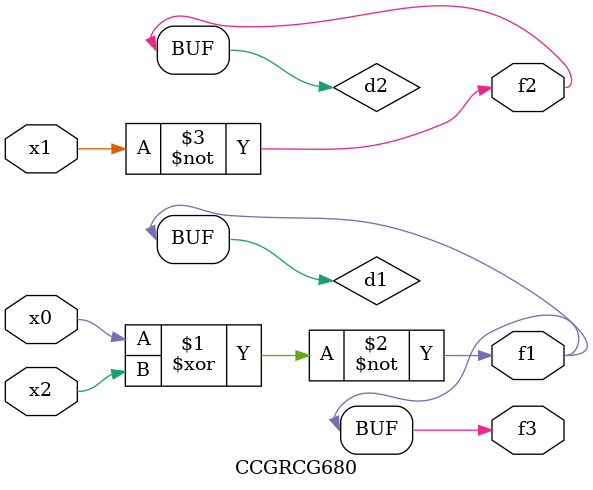
<source format=v>
module CCGRCG680(
	input x0, x1, x2,
	output f1, f2, f3
);

	wire d1, d2, d3;

	xnor (d1, x0, x2);
	nand (d2, x1);
	nor (d3, x1, x2);
	assign f1 = d1;
	assign f2 = d2;
	assign f3 = d1;
endmodule

</source>
